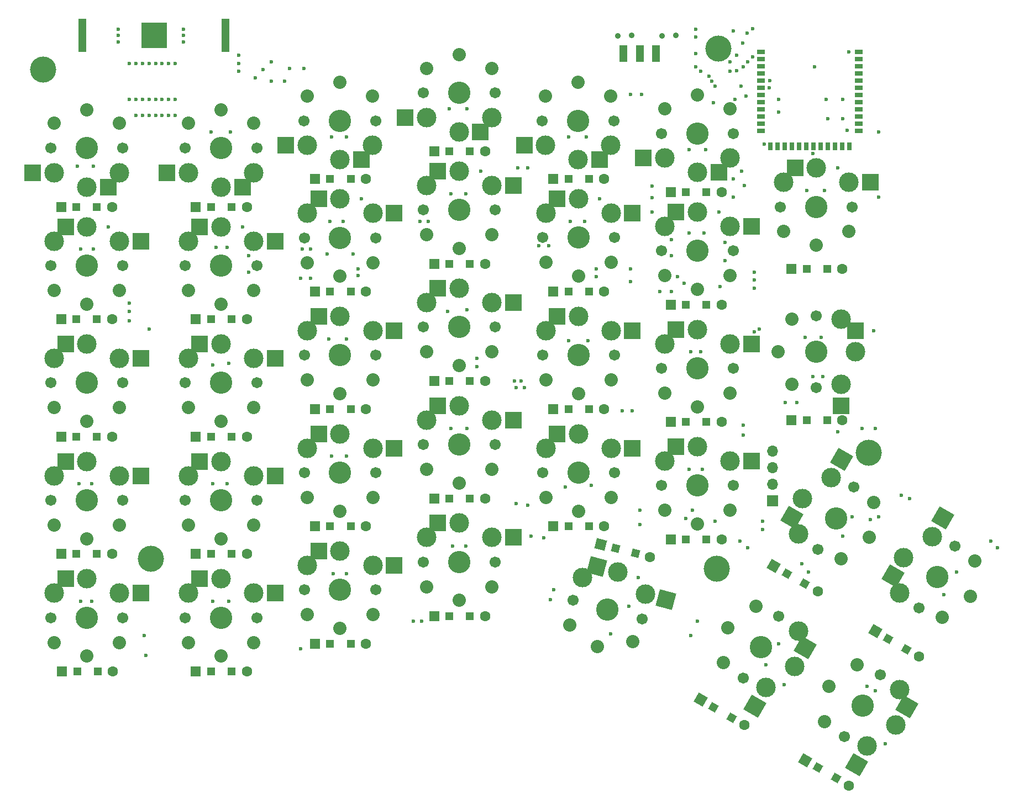
<source format=gbs>
G04 #@! TF.GenerationSoftware,KiCad,Pcbnew,7.0.2*
G04 #@! TF.CreationDate,2023-04-27T22:28:51+02:00*
G04 #@! TF.ProjectId,redox_rev1,7265646f-785f-4726-9576-312e6b696361,1.0*
G04 #@! TF.SameCoordinates,Original*
G04 #@! TF.FileFunction,Soldermask,Bot*
G04 #@! TF.FilePolarity,Negative*
%FSLAX46Y46*%
G04 Gerber Fmt 4.6, Leading zero omitted, Abs format (unit mm)*
G04 Created by KiCad (PCBNEW 7.0.2) date 2023-04-27 22:28:51*
%MOMM*%
%LPD*%
G01*
G04 APERTURE LIST*
G04 Aperture macros list*
%AMRotRect*
0 Rectangle, with rotation*
0 The origin of the aperture is its center*
0 $1 length*
0 $2 width*
0 $3 Rotation angle, in degrees counterclockwise*
0 Add horizontal line*
21,1,$1,$2,0,0,$3*%
G04 Aperture macros list end*
%ADD10R,1.200000X1.200000*%
%ADD11R,1.600000X1.600000*%
%ADD12C,1.600000*%
%ADD13RotRect,1.200000X1.200000X150.000000*%
%ADD14RotRect,1.600000X1.600000X150.000000*%
%ADD15RotRect,1.200000X1.200000X165.000000*%
%ADD16RotRect,1.600000X1.600000X165.000000*%
%ADD17C,1.701800*%
%ADD18C,3.000000*%
%ADD19C,3.429000*%
%ADD20R,2.600000X2.600000*%
%ADD21C,2.032000*%
%ADD22RotRect,2.600000X2.600000X60.000000*%
%ADD23RotRect,2.600000X2.600000X345.000000*%
%ADD24RotRect,2.600000X2.600000X240.000000*%
%ADD25C,4.000000*%
%ADD26C,0.900000*%
%ADD27R,1.700000X1.700000*%
%ADD28O,1.700000X1.700000*%
%ADD29R,1.250000X2.500000*%
%ADD30R,1.198880X0.698500*%
%ADD31R,0.698500X1.198880*%
%ADD32R,1.270000X5.080000*%
%ADD33R,3.960000X3.960000*%
%ADD34C,0.600000*%
G04 APERTURE END LIST*
D10*
X79470000Y-62800000D03*
D11*
X77145000Y-62800000D03*
D12*
X84945000Y-62800000D03*
D10*
X82620000Y-62800000D03*
X100120000Y-62800000D03*
D11*
X97795000Y-62800000D03*
D12*
X105595000Y-62800000D03*
D10*
X103270000Y-62800000D03*
X118370000Y-58550000D03*
D11*
X116045000Y-58550000D03*
D12*
X123845000Y-58550000D03*
D10*
X121520000Y-58550000D03*
X136620000Y-54300000D03*
D11*
X134295000Y-54300000D03*
D12*
X142095000Y-54300000D03*
D10*
X139770000Y-54300000D03*
X154870000Y-58550000D03*
D11*
X152545000Y-58550000D03*
D12*
X160345000Y-58550000D03*
D10*
X158020000Y-58550000D03*
X172870000Y-60550000D03*
D11*
X170545000Y-60550000D03*
D12*
X178345000Y-60550000D03*
D10*
X176020000Y-60550000D03*
X191370000Y-72300000D03*
D11*
X189045000Y-72300000D03*
D12*
X196845000Y-72300000D03*
D10*
X194520000Y-72300000D03*
X79470000Y-80050000D03*
D11*
X77145000Y-80050000D03*
D12*
X84945000Y-80050000D03*
D10*
X82620000Y-80050000D03*
X100120000Y-80050000D03*
D11*
X97795000Y-80050000D03*
D12*
X105595000Y-80050000D03*
D10*
X103270000Y-80050000D03*
X118370000Y-75800000D03*
D11*
X116045000Y-75800000D03*
D12*
X123845000Y-75800000D03*
D10*
X121520000Y-75800000D03*
X136620000Y-71550000D03*
D11*
X134295000Y-71550000D03*
D12*
X142095000Y-71550000D03*
D10*
X139770000Y-71550000D03*
X154870000Y-75800000D03*
D11*
X152545000Y-75800000D03*
D12*
X160345000Y-75800000D03*
D10*
X158020000Y-75800000D03*
X172870000Y-77800000D03*
D11*
X170545000Y-77800000D03*
D12*
X178345000Y-77800000D03*
D10*
X176020000Y-77800000D03*
X191370000Y-95550000D03*
D11*
X189045000Y-95550000D03*
D12*
X196845000Y-95550000D03*
D10*
X194520000Y-95550000D03*
X79470000Y-98050000D03*
D11*
X77145000Y-98050000D03*
D12*
X84945000Y-98050000D03*
D10*
X82620000Y-98050000D03*
X100120000Y-98050000D03*
D11*
X97795000Y-98050000D03*
D12*
X105595000Y-98050000D03*
D10*
X103270000Y-98050000D03*
X118370000Y-93800000D03*
D11*
X116045000Y-93800000D03*
D12*
X123845000Y-93800000D03*
D10*
X121520000Y-93800000D03*
X136620000Y-89550000D03*
D11*
X134295000Y-89550000D03*
D12*
X142095000Y-89550000D03*
D10*
X139770000Y-89550000D03*
X154870000Y-93800000D03*
D11*
X152545000Y-93800000D03*
D12*
X160345000Y-93800000D03*
D10*
X158020000Y-93800000D03*
X172870000Y-95800000D03*
D11*
X170545000Y-95800000D03*
D12*
X178345000Y-95800000D03*
D10*
X176020000Y-95800000D03*
D13*
X188370000Y-119050000D03*
D14*
X186356491Y-117887500D03*
D12*
X193111489Y-121787500D03*
D13*
X191097980Y-120625000D03*
D10*
X79470000Y-116050000D03*
D11*
X77145000Y-116050000D03*
D12*
X84945000Y-116050000D03*
D10*
X82620000Y-116050000D03*
X100120000Y-116050000D03*
D11*
X97795000Y-116050000D03*
D12*
X105595000Y-116050000D03*
D10*
X103270000Y-116050000D03*
X118370000Y-111800000D03*
D11*
X116045000Y-111800000D03*
D12*
X123845000Y-111800000D03*
D10*
X121520000Y-111800000D03*
X136620000Y-107550000D03*
D11*
X134295000Y-107550000D03*
D12*
X142095000Y-107550000D03*
D10*
X139770000Y-107550000D03*
X154870000Y-111800000D03*
D11*
X152545000Y-111800000D03*
D12*
X160345000Y-111800000D03*
D10*
X158020000Y-111800000D03*
X172870000Y-113800000D03*
D11*
X170545000Y-113800000D03*
D12*
X178345000Y-113800000D03*
D10*
X176020000Y-113800000D03*
D13*
X203870000Y-129050000D03*
D14*
X201856491Y-127887500D03*
D12*
X208611489Y-131787500D03*
D13*
X206597980Y-130625000D03*
D10*
X79620000Y-134050000D03*
D11*
X77295000Y-134050000D03*
D12*
X85095000Y-134050000D03*
D10*
X82770000Y-134050000D03*
X100120000Y-134050000D03*
D11*
X97795000Y-134050000D03*
D12*
X105595000Y-134050000D03*
D10*
X103270000Y-134050000D03*
X118370000Y-129800000D03*
D11*
X116045000Y-129800000D03*
D12*
X123845000Y-129800000D03*
D10*
X121520000Y-129800000D03*
X136620000Y-125550000D03*
D11*
X134295000Y-125550000D03*
D12*
X142095000Y-125550000D03*
D10*
X139770000Y-125550000D03*
D15*
X162098667Y-115142360D03*
D16*
X159852889Y-114540606D03*
D12*
X167387111Y-116559394D03*
D15*
X165141333Y-115957640D03*
D13*
X177120000Y-139550000D03*
D14*
X175106491Y-138387500D03*
D12*
X181861489Y-142287500D03*
D13*
X179847980Y-141125000D03*
X193120000Y-148800000D03*
D14*
X191106491Y-147637500D03*
D12*
X197861489Y-151537500D03*
D13*
X195847980Y-150375000D03*
D17*
X86595000Y-53800000D03*
D18*
X86095000Y-57550000D03*
X81095000Y-59750000D03*
D19*
X81095000Y-53800000D03*
D18*
X76095000Y-57550000D03*
D17*
X75595000Y-53800000D03*
D20*
X84370000Y-59750000D03*
D21*
X81095000Y-47900000D03*
X86095000Y-50000000D03*
X76095000Y-50000000D03*
D20*
X72820000Y-57550000D03*
D17*
X107145000Y-53800000D03*
D18*
X106645000Y-57550000D03*
X101645000Y-59750000D03*
D19*
X101645000Y-53800000D03*
D18*
X96645000Y-57550000D03*
D17*
X96145000Y-53800000D03*
D20*
X104920000Y-59750000D03*
D21*
X101645000Y-47900000D03*
X106645000Y-50000000D03*
X96645000Y-50000000D03*
D20*
X93370000Y-57550000D03*
D17*
X125370000Y-49600000D03*
D18*
X124870000Y-53350000D03*
X119870000Y-55550000D03*
D19*
X119870000Y-49600000D03*
D18*
X114870000Y-53350000D03*
D17*
X114370000Y-49600000D03*
D20*
X123145000Y-55550000D03*
D21*
X119870000Y-43700000D03*
X124870000Y-45800000D03*
X114870000Y-45800000D03*
D20*
X111595000Y-53350000D03*
D17*
X143620000Y-45350000D03*
D18*
X143120000Y-49100000D03*
X138120000Y-51300000D03*
D19*
X138120000Y-45350000D03*
D18*
X133120000Y-49100000D03*
D17*
X132620000Y-45350000D03*
D20*
X141395000Y-51300000D03*
D21*
X138120000Y-39450000D03*
X143120000Y-41550000D03*
X133120000Y-41550000D03*
D20*
X129845000Y-49100000D03*
D17*
X161870000Y-49600000D03*
D18*
X161370000Y-53350000D03*
X156370000Y-55550000D03*
D19*
X156370000Y-49600000D03*
D18*
X151370000Y-53350000D03*
D17*
X150870000Y-49600000D03*
D20*
X159645000Y-55550000D03*
D21*
X156370000Y-43700000D03*
X161370000Y-45800000D03*
X151370000Y-45800000D03*
D20*
X148095000Y-53350000D03*
D17*
X180120000Y-51550000D03*
D18*
X179620000Y-55300000D03*
X174620000Y-57500000D03*
D19*
X174620000Y-51550000D03*
D18*
X169620000Y-55300000D03*
D17*
X169120000Y-51550000D03*
D20*
X177895000Y-57500000D03*
D21*
X174620000Y-45650000D03*
X179620000Y-47750000D03*
X169620000Y-47750000D03*
D20*
X166345000Y-55300000D03*
D17*
X187370000Y-62800000D03*
D18*
X187870000Y-59050000D03*
X192870000Y-56850000D03*
D19*
X192870000Y-62800000D03*
D18*
X197870000Y-59050000D03*
D17*
X198370000Y-62800000D03*
D20*
X189595000Y-56850000D03*
D21*
X192870000Y-68700000D03*
X187870000Y-66600000D03*
X197870000Y-66600000D03*
D20*
X201145000Y-59050000D03*
D17*
X75595000Y-71800000D03*
D18*
X76095000Y-68050000D03*
X81095000Y-65850000D03*
D19*
X81095000Y-71800000D03*
D18*
X86095000Y-68050000D03*
D17*
X86595000Y-71800000D03*
D20*
X77820000Y-65850000D03*
D21*
X81095000Y-77700000D03*
X76095000Y-75600000D03*
X86095000Y-75600000D03*
D20*
X89370000Y-68050000D03*
D17*
X96145000Y-71800000D03*
D18*
X96645000Y-68050000D03*
X101645000Y-65850000D03*
D19*
X101645000Y-71800000D03*
D18*
X106645000Y-68050000D03*
D17*
X107145000Y-71800000D03*
D20*
X98370000Y-65850000D03*
D21*
X101645000Y-77700000D03*
X96645000Y-75600000D03*
X106645000Y-75600000D03*
D20*
X109920000Y-68050000D03*
D17*
X114395000Y-67550000D03*
D18*
X114895000Y-63800000D03*
X119895000Y-61600000D03*
D19*
X119895000Y-67550000D03*
D18*
X124895000Y-63800000D03*
D17*
X125395000Y-67550000D03*
D20*
X116620000Y-61600000D03*
D21*
X119895000Y-73450000D03*
X114895000Y-71350000D03*
X124895000Y-71350000D03*
D20*
X128170000Y-63800000D03*
D17*
X132645000Y-63300000D03*
D18*
X133145000Y-59550000D03*
X138145000Y-57350000D03*
D19*
X138145000Y-63300000D03*
D18*
X143145000Y-59550000D03*
D17*
X143645000Y-63300000D03*
D20*
X134870000Y-57350000D03*
D21*
X138145000Y-69200000D03*
X133145000Y-67100000D03*
X143145000Y-67100000D03*
D20*
X146420000Y-59550000D03*
D17*
X150895000Y-67500000D03*
D18*
X151395000Y-63750000D03*
X156395000Y-61550000D03*
D19*
X156395000Y-67500000D03*
D18*
X161395000Y-63750000D03*
D17*
X161895000Y-67500000D03*
D20*
X153120000Y-61550000D03*
D21*
X156395000Y-73400000D03*
X151395000Y-71300000D03*
X161395000Y-71300000D03*
D20*
X164670000Y-63750000D03*
D17*
X169120000Y-69550000D03*
D18*
X169620000Y-65800000D03*
X174620000Y-63600000D03*
D19*
X174620000Y-69550000D03*
D18*
X179620000Y-65800000D03*
D17*
X180120000Y-69550000D03*
D20*
X171345000Y-63600000D03*
D21*
X174620000Y-75450000D03*
X169620000Y-73350000D03*
X179620000Y-73350000D03*
D20*
X182895000Y-65800000D03*
D17*
X192870000Y-79550000D03*
D18*
X196620000Y-80050000D03*
X198820000Y-85050000D03*
D19*
X192870000Y-85050000D03*
D18*
X196620000Y-90050000D03*
D17*
X192870000Y-90550000D03*
D20*
X198820000Y-81775000D03*
D21*
X186970000Y-85050000D03*
X189070000Y-80050000D03*
X189070000Y-90050000D03*
D20*
X196620000Y-93325000D03*
D17*
X75595000Y-89800000D03*
D18*
X76095000Y-86050000D03*
X81095000Y-83850000D03*
D19*
X81095000Y-89800000D03*
D18*
X86095000Y-86050000D03*
D17*
X86595000Y-89800000D03*
D20*
X77820000Y-83850000D03*
D21*
X81095000Y-95700000D03*
X76095000Y-93600000D03*
X86095000Y-93600000D03*
D20*
X89370000Y-86050000D03*
D17*
X96145000Y-89800000D03*
D18*
X96645000Y-86050000D03*
X101645000Y-83850000D03*
D19*
X101645000Y-89800000D03*
D18*
X106645000Y-86050000D03*
D17*
X107145000Y-89800000D03*
D20*
X98370000Y-83850000D03*
D21*
X101645000Y-95700000D03*
X96645000Y-93600000D03*
X106645000Y-93600000D03*
D20*
X109920000Y-86050000D03*
D17*
X114395000Y-85550000D03*
D18*
X114895000Y-81800000D03*
X119895000Y-79600000D03*
D19*
X119895000Y-85550000D03*
D18*
X124895000Y-81800000D03*
D17*
X125395000Y-85550000D03*
D20*
X116620000Y-79600000D03*
D21*
X119895000Y-91450000D03*
X114895000Y-89350000D03*
X124895000Y-89350000D03*
D20*
X128170000Y-81800000D03*
D17*
X132645000Y-81250000D03*
D18*
X133145000Y-77500000D03*
X138145000Y-75300000D03*
D19*
X138145000Y-81250000D03*
D18*
X143145000Y-77500000D03*
D17*
X143645000Y-81250000D03*
D20*
X134870000Y-75300000D03*
D21*
X138145000Y-87150000D03*
X133145000Y-85050000D03*
X143145000Y-85050000D03*
D20*
X146420000Y-77500000D03*
D17*
X150895000Y-85550000D03*
D18*
X151395000Y-81800000D03*
X156395000Y-79600000D03*
D19*
X156395000Y-85550000D03*
D18*
X161395000Y-81800000D03*
D17*
X161895000Y-85550000D03*
D20*
X153120000Y-79600000D03*
D21*
X156395000Y-91450000D03*
X151395000Y-89350000D03*
X161395000Y-89350000D03*
D20*
X164670000Y-81800000D03*
D17*
X169120000Y-87550000D03*
D18*
X169620000Y-83800000D03*
X174620000Y-81600000D03*
D19*
X174620000Y-87550000D03*
D18*
X179620000Y-83800000D03*
D17*
X180120000Y-87550000D03*
D20*
X171345000Y-81600000D03*
D21*
X174620000Y-93450000D03*
X169620000Y-91350000D03*
X179620000Y-91350000D03*
D20*
X182895000Y-83800000D03*
D17*
X193120000Y-115313140D03*
D18*
X190122405Y-113005127D03*
X190717149Y-107575000D03*
D19*
X195870000Y-110550000D03*
D18*
X195122405Y-104344873D03*
D17*
X198620000Y-105786860D03*
D22*
X189079649Y-110411233D03*
D21*
X200979550Y-113500000D03*
X196660897Y-116780127D03*
X201660897Y-108119873D03*
D22*
X196759905Y-101508640D03*
D17*
X75595000Y-107800000D03*
D18*
X76095000Y-104050000D03*
X81095000Y-101850000D03*
D19*
X81095000Y-107800000D03*
D18*
X86095000Y-104050000D03*
D17*
X86595000Y-107800000D03*
D20*
X77820000Y-101850000D03*
D21*
X81095000Y-113700000D03*
X76095000Y-111600000D03*
X86095000Y-111600000D03*
D20*
X89370000Y-104050000D03*
D17*
X96145000Y-107800000D03*
D18*
X96645000Y-104050000D03*
X101645000Y-101850000D03*
D19*
X101645000Y-107800000D03*
D18*
X106645000Y-104050000D03*
D17*
X107145000Y-107800000D03*
D20*
X98370000Y-101850000D03*
D21*
X101645000Y-113700000D03*
X96645000Y-111600000D03*
X106645000Y-111600000D03*
D20*
X109920000Y-104050000D03*
D17*
X114395000Y-103550000D03*
D18*
X114895000Y-99800000D03*
X119895000Y-97600000D03*
D19*
X119895000Y-103550000D03*
D18*
X124895000Y-99800000D03*
D17*
X125395000Y-103550000D03*
D20*
X116620000Y-97600000D03*
D21*
X119895000Y-109450000D03*
X114895000Y-107350000D03*
X124895000Y-107350000D03*
D20*
X128170000Y-99800000D03*
D17*
X132645000Y-99250000D03*
D18*
X133145000Y-95500000D03*
X138145000Y-93300000D03*
D19*
X138145000Y-99250000D03*
D18*
X143145000Y-95500000D03*
D17*
X143645000Y-99250000D03*
D20*
X134870000Y-93300000D03*
D21*
X138145000Y-105150000D03*
X133145000Y-103050000D03*
X143145000Y-103050000D03*
D20*
X146420000Y-95500000D03*
D17*
X150895000Y-103550000D03*
D18*
X151395000Y-99800000D03*
X156395000Y-97600000D03*
D19*
X156395000Y-103550000D03*
D18*
X161395000Y-99800000D03*
D17*
X161895000Y-103550000D03*
D20*
X153120000Y-97600000D03*
D21*
X156395000Y-109450000D03*
X151395000Y-107350000D03*
X161395000Y-107350000D03*
D20*
X164670000Y-99800000D03*
D17*
X169120000Y-105550000D03*
D18*
X169620000Y-101800000D03*
X174620000Y-99600000D03*
D19*
X174620000Y-105550000D03*
D18*
X179620000Y-101800000D03*
D17*
X180120000Y-105550000D03*
D20*
X171345000Y-99600000D03*
D21*
X174620000Y-111450000D03*
X169620000Y-109350000D03*
X179620000Y-109350000D03*
D20*
X182895000Y-101800000D03*
D17*
X208620000Y-124313140D03*
D18*
X205622405Y-122005127D03*
X206217149Y-116575000D03*
D19*
X211370000Y-119550000D03*
D18*
X210622405Y-113344873D03*
D17*
X214120000Y-114786860D03*
D22*
X204579649Y-119411233D03*
D21*
X216479550Y-122500000D03*
X212160897Y-125780127D03*
X217160897Y-117119873D03*
D22*
X212259905Y-110508640D03*
D17*
X75595000Y-125800000D03*
D18*
X76095000Y-122050000D03*
X81095000Y-119850000D03*
D19*
X81095000Y-125800000D03*
D18*
X86095000Y-122050000D03*
D17*
X86595000Y-125800000D03*
D20*
X77820000Y-119850000D03*
D21*
X81095000Y-131700000D03*
X76095000Y-129600000D03*
X86095000Y-129600000D03*
D20*
X89370000Y-122050000D03*
D17*
X96145000Y-125800000D03*
D18*
X96645000Y-122050000D03*
X101645000Y-119850000D03*
D19*
X101645000Y-125800000D03*
D18*
X106645000Y-122050000D03*
D17*
X107145000Y-125800000D03*
D20*
X98370000Y-119850000D03*
D21*
X101645000Y-131700000D03*
X96645000Y-129600000D03*
X106645000Y-129600000D03*
D20*
X109920000Y-122050000D03*
D17*
X114395000Y-121550000D03*
D18*
X114895000Y-117800000D03*
X119895000Y-115600000D03*
D19*
X119895000Y-121550000D03*
D18*
X124895000Y-117800000D03*
D17*
X125395000Y-121550000D03*
D20*
X116620000Y-115600000D03*
D21*
X119895000Y-127450000D03*
X114895000Y-125350000D03*
X124895000Y-125350000D03*
D20*
X128170000Y-117800000D03*
D17*
X132645000Y-117250000D03*
D18*
X133145000Y-113500000D03*
X138145000Y-111300000D03*
D19*
X138145000Y-117250000D03*
D18*
X143145000Y-113500000D03*
D17*
X143645000Y-117250000D03*
D20*
X134870000Y-111300000D03*
D21*
X138145000Y-123150000D03*
X133145000Y-121050000D03*
X143145000Y-121050000D03*
D20*
X146420000Y-113500000D03*
D17*
X155557408Y-123126495D03*
D18*
X157010942Y-119633683D03*
X162409973Y-118802741D03*
D19*
X160870000Y-124550000D03*
D18*
X166670201Y-122221873D03*
D17*
X166182592Y-125973505D03*
D23*
X159246566Y-117955109D03*
D21*
X159342968Y-130248962D03*
X155056858Y-126926423D03*
X164716117Y-129514613D03*
D23*
X169833608Y-123069506D03*
D17*
X187120000Y-125536860D03*
D18*
X190117595Y-127844873D03*
X189522851Y-133275000D03*
D19*
X184370000Y-130300000D03*
D18*
X185117595Y-136505127D03*
D17*
X181620000Y-135063140D03*
D24*
X191160351Y-130438767D03*
D21*
X179260450Y-127350000D03*
X183579103Y-124069873D03*
X178579103Y-132730127D03*
D24*
X183480095Y-139341360D03*
D17*
X202660897Y-134536860D03*
D18*
X205658492Y-136844873D03*
X205063748Y-142275000D03*
D19*
X199910897Y-139300000D03*
D18*
X200658492Y-145505127D03*
D17*
X197160897Y-144063140D03*
D24*
X206701248Y-139438767D03*
D21*
X194801347Y-136350000D03*
X199120000Y-133069873D03*
X194120000Y-141730127D03*
D24*
X199020992Y-148341360D03*
D25*
X90870000Y-116800000D03*
X177870000Y-38550000D03*
X74370000Y-41800000D03*
X177620000Y-118300000D03*
X200870000Y-100550000D03*
D26*
X171370000Y-36550000D03*
X164570000Y-36550000D03*
D27*
X186120000Y-107850000D03*
D28*
X186120000Y-105310000D03*
X186120000Y-102770000D03*
X186120000Y-100230000D03*
D26*
X162420000Y-36554000D03*
X169220000Y-36554000D03*
D29*
X163320000Y-39304000D03*
X165820000Y-39304000D03*
X168320000Y-39304000D03*
D30*
X199368080Y-39077740D03*
X199368080Y-40177560D03*
X199368080Y-41277380D03*
X199368080Y-42377200D03*
X199368080Y-43477020D03*
X199368080Y-44576840D03*
X199368080Y-45676660D03*
X199368080Y-46776480D03*
X199368080Y-47876300D03*
X199368080Y-48976120D03*
X199368080Y-50075940D03*
X199368080Y-51175760D03*
D31*
X197917740Y-53525260D03*
X196817920Y-53525260D03*
X195718100Y-53525260D03*
X194618280Y-53525260D03*
X193518460Y-53525260D03*
X192418640Y-53525260D03*
X191321360Y-53525260D03*
X190221540Y-53525260D03*
X189121720Y-53525260D03*
X188021900Y-53525260D03*
X186922080Y-53525260D03*
X185822260Y-53525260D03*
D30*
X184371920Y-51175760D03*
X184371920Y-50075940D03*
X184371920Y-48976120D03*
X184371920Y-47876300D03*
X184371920Y-46776480D03*
X184371920Y-45676660D03*
X184371920Y-44576840D03*
X184371920Y-43477020D03*
X184371920Y-42377200D03*
X184371920Y-41277380D03*
X184371920Y-40177560D03*
X184371920Y-39077740D03*
D32*
X80400000Y-36550000D03*
X102370000Y-36550000D03*
D33*
X91385000Y-36550000D03*
D34*
X181332433Y-44262432D03*
X184371920Y-40177560D03*
X177120000Y-46800000D03*
X182120000Y-45800000D03*
X184371920Y-41277380D03*
X90620000Y-81550000D03*
X192620000Y-41300000D03*
X180370000Y-46300000D03*
X167686589Y-61366589D03*
X167686589Y-63616589D03*
X184371920Y-42377200D03*
X167686589Y-59616589D03*
X184371920Y-47876300D03*
X172870000Y-110583178D03*
X180120000Y-61300000D03*
X181870000Y-59550000D03*
X173870000Y-109300000D03*
X184371920Y-48976120D03*
X181370000Y-57300000D03*
X180120000Y-58550000D03*
X185822260Y-53525260D03*
X174370000Y-41300000D03*
X84370000Y-65850000D03*
X175120000Y-42050000D03*
X179620000Y-40550000D03*
X104920000Y-65850000D03*
X186922080Y-53525260D03*
X179620000Y-42050000D03*
X123170000Y-61600000D03*
X180620000Y-39550000D03*
X180636378Y-41918633D03*
X189121720Y-53525260D03*
X176370000Y-42800000D03*
X181616161Y-37670661D03*
X176870000Y-43550000D03*
X141420000Y-57350000D03*
X190221540Y-53525260D03*
X181620000Y-41300000D03*
X182370000Y-40550000D03*
X159670000Y-61550000D03*
X165573380Y-119650374D03*
X191321360Y-53525260D03*
X177370000Y-44300000D03*
X182289218Y-36150971D03*
X183120000Y-39800000D03*
X177895000Y-63600000D03*
X187885351Y-136111233D03*
X192418640Y-53525260D03*
X183120000Y-35526471D03*
X203426248Y-145111233D03*
X189079649Y-110411233D03*
X196145000Y-56850000D03*
X193518460Y-53525260D03*
X204579649Y-119411233D03*
X201620000Y-81800000D03*
X202370000Y-61300000D03*
X196120000Y-97300000D03*
X202370000Y-51300000D03*
X174370000Y-39300000D03*
X197620000Y-51050000D03*
X159120000Y-72300000D03*
X175620000Y-66800000D03*
X132120000Y-65050000D03*
X146870000Y-108300000D03*
X118620000Y-52050000D03*
X188120000Y-92800000D03*
X168870000Y-75800000D03*
X102870000Y-86800000D03*
X187120000Y-46300000D03*
X154870000Y-52050000D03*
X113870000Y-130550000D03*
X173620000Y-128550000D03*
X164370000Y-45550000D03*
X115370000Y-73800000D03*
X100120000Y-51300000D03*
X193620000Y-82800000D03*
X111370000Y-43550000D03*
X117870000Y-70050000D03*
X105870000Y-72800000D03*
X137120000Y-114800000D03*
X161370000Y-128300000D03*
X93620000Y-48800000D03*
X146620000Y-89550000D03*
X163120000Y-94050000D03*
X172620000Y-74550000D03*
X95870000Y-37550000D03*
X109370000Y-43550000D03*
X166120000Y-45550000D03*
X178120000Y-75050000D03*
X194370000Y-46300000D03*
X152620000Y-121550000D03*
X139120000Y-60800000D03*
X140870000Y-87300000D03*
X87620000Y-40800000D03*
X175120000Y-85050000D03*
X196870000Y-49300000D03*
X151120000Y-113550000D03*
X151870000Y-68800000D03*
X120870000Y-52050000D03*
X93620000Y-46300000D03*
X136870000Y-96800000D03*
X79870000Y-105300000D03*
X118370000Y-65050000D03*
X133370000Y-65050000D03*
X155120000Y-65050000D03*
X165870000Y-111550000D03*
X88620000Y-46300000D03*
X178870000Y-68300000D03*
X207120000Y-107550000D03*
X100870000Y-69050000D03*
X177370000Y-111050000D03*
X191620000Y-118800000D03*
X102620000Y-105300000D03*
X139370000Y-47800000D03*
X89870000Y-128550000D03*
X164370000Y-72300000D03*
X89620000Y-40800000D03*
X82120000Y-56550000D03*
X202370000Y-110300000D03*
X108120000Y-41800000D03*
X120870000Y-83050000D03*
X148620000Y-108550000D03*
X175370000Y-103050000D03*
X187120000Y-129800000D03*
X136370000Y-78800000D03*
X185120000Y-133050000D03*
X191120000Y-82800000D03*
X150370000Y-68800000D03*
X90120000Y-131550000D03*
X164620000Y-94050000D03*
X114120000Y-69300000D03*
X196870000Y-113300000D03*
X82120000Y-69300000D03*
X180120000Y-35800000D03*
X80120000Y-123300000D03*
X120370000Y-65050000D03*
X94620000Y-40800000D03*
X106870000Y-43050000D03*
X85870000Y-36550000D03*
X149120000Y-113300000D03*
X173370000Y-54050000D03*
X190620000Y-117550000D03*
X91620000Y-48800000D03*
X140870000Y-86050000D03*
X205870000Y-107050000D03*
X122620000Y-73300000D03*
X104370000Y-39550000D03*
X95870000Y-35550000D03*
X178870000Y-71050000D03*
X87620000Y-78800000D03*
X89620000Y-48800000D03*
X196870000Y-46300000D03*
X90620000Y-48800000D03*
X92620000Y-48800000D03*
X201870000Y-137050000D03*
X183370000Y-74050000D03*
X173370000Y-66800000D03*
X91620000Y-40800000D03*
X94620000Y-46300000D03*
X173370000Y-103050000D03*
X102870000Y-123300000D03*
X164120000Y-124050000D03*
X146870000Y-90550000D03*
X174370000Y-36800000D03*
X93620000Y-40800000D03*
X181120000Y-114050000D03*
X85870000Y-37550000D03*
X102620000Y-69050000D03*
X113870000Y-73800000D03*
X115370000Y-69300000D03*
X131120000Y-126300000D03*
X120870000Y-119050000D03*
X157370000Y-65050000D03*
X100370000Y-105300000D03*
X199870000Y-96800000D03*
X165870000Y-109300000D03*
X88620000Y-40800000D03*
X212370000Y-122300000D03*
X187120000Y-48300000D03*
X136870000Y-60800000D03*
X184620000Y-111050000D03*
X219620000Y-114050000D03*
X174620000Y-126300000D03*
X147620000Y-89550000D03*
X197842260Y-39077740D03*
X139370000Y-96800000D03*
X183370000Y-75300000D03*
X191370000Y-60300000D03*
X158370000Y-105550000D03*
X189870000Y-92800000D03*
X100370000Y-87050000D03*
X214370000Y-118800000D03*
X121870000Y-70050000D03*
X139120000Y-114800000D03*
X87620000Y-46300000D03*
X90620000Y-46300000D03*
X173620000Y-85050000D03*
X132370000Y-126300000D03*
X88620000Y-48800000D03*
X181620000Y-97800000D03*
X159120000Y-73550000D03*
X80120000Y-69300000D03*
X182370000Y-115050000D03*
X174370000Y-35550000D03*
X87620000Y-77550000D03*
X94620000Y-48800000D03*
X104370000Y-40800000D03*
X170620000Y-70300000D03*
X184620000Y-112300000D03*
X114370000Y-41550000D03*
X200620000Y-136300000D03*
X154370000Y-105800000D03*
X175870000Y-54050000D03*
X220620000Y-115050000D03*
X122620000Y-72300000D03*
X198370000Y-110300000D03*
X152120000Y-123050000D03*
X170620000Y-75800000D03*
X89620000Y-46300000D03*
X192370000Y-88800000D03*
X112120000Y-41550000D03*
X103120000Y-51300000D03*
X118870000Y-119050000D03*
X171620000Y-73550000D03*
X136620000Y-47800000D03*
X193870000Y-88800000D03*
X148120000Y-90550000D03*
X87620000Y-80300000D03*
X105870000Y-70300000D03*
X157870000Y-83300000D03*
X181620000Y-96300000D03*
X92620000Y-46300000D03*
X157620000Y-52050000D03*
X81870000Y-123300000D03*
X85870000Y-35550000D03*
X201870000Y-96800000D03*
X109370000Y-40550000D03*
X148620000Y-56800000D03*
X120870000Y-101050000D03*
X118120000Y-83050000D03*
X90620000Y-40800000D03*
X100370000Y-123300000D03*
X81870000Y-105300000D03*
X104370000Y-42050000D03*
X201120000Y-110800000D03*
X79620000Y-56550000D03*
X91620000Y-46300000D03*
X194620000Y-49300000D03*
X118620000Y-101050000D03*
X92620000Y-40800000D03*
X170620000Y-67800000D03*
X154870000Y-83300000D03*
X194120000Y-60300000D03*
X147120000Y-56800000D03*
X183370000Y-72800000D03*
X95870000Y-36550000D03*
X139370000Y-78550000D03*
X164370000Y-74300000D03*
X192370000Y-54624202D03*
X183370000Y-82000498D03*
X185745500Y-43477020D03*
X184870000Y-53174500D03*
X185620000Y-44550000D03*
X184120000Y-81550000D03*
X72820000Y-57550000D03*
X93370000Y-57550000D03*
M02*

</source>
